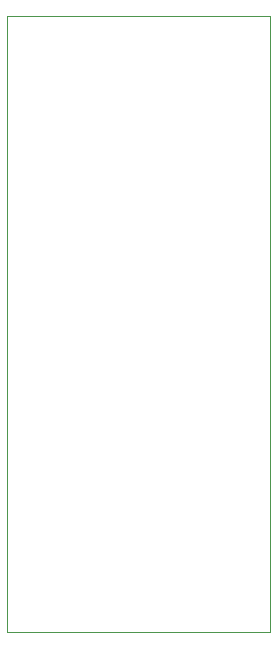
<source format=gbr>
%TF.GenerationSoftware,KiCad,Pcbnew,9.0.6*%
%TF.CreationDate,2025-12-07T15:32:32-06:00*%
%TF.ProjectId,Devboard,44657662-6f61-4726-942e-6b696361645f,rev?*%
%TF.SameCoordinates,Original*%
%TF.FileFunction,Profile,NP*%
%FSLAX46Y46*%
G04 Gerber Fmt 4.6, Leading zero omitted, Abs format (unit mm)*
G04 Created by KiCad (PCBNEW 9.0.6) date 2025-12-07 15:32:32*
%MOMM*%
%LPD*%
G01*
G04 APERTURE LIST*
%TA.AperFunction,Profile*%
%ADD10C,0.050000*%
%TD*%
G04 APERTURE END LIST*
D10*
X199750000Y-60000000D02*
X222000000Y-60000000D01*
X222000000Y-112200000D01*
X199750000Y-112200000D01*
X199750000Y-60000000D01*
M02*

</source>
